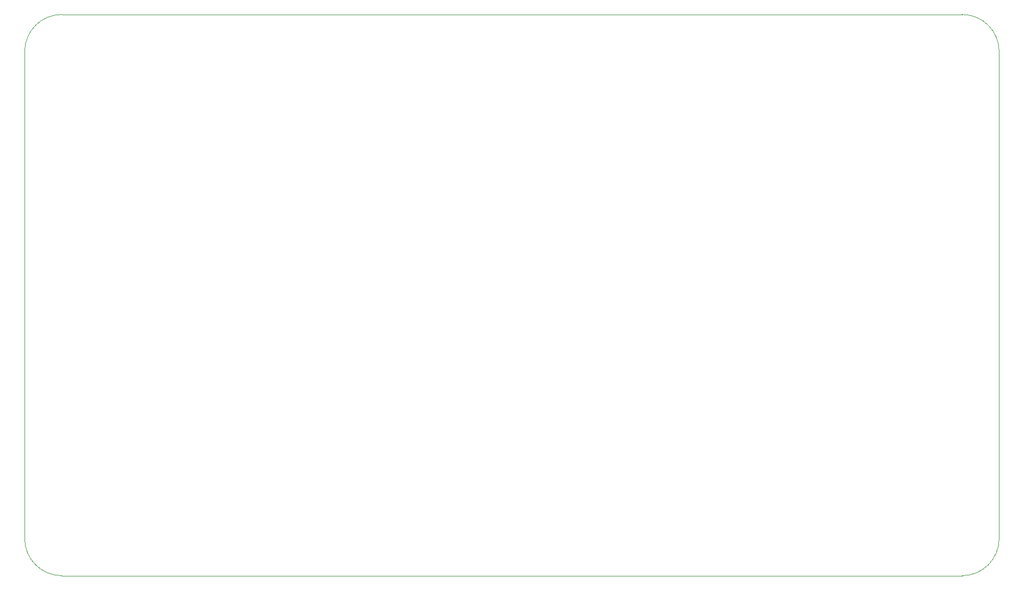
<source format=gm1>
G04*
G04 #@! TF.GenerationSoftware,Altium Limited,Altium Designer,22.6.1 (34)*
G04*
G04 Layer_Color=16711935*
%FSLAX44Y44*%
%MOMM*%
G71*
G04*
G04 #@! TF.SameCoordinates,23C4D601-C5C1-42F0-A970-71E03A1B6A10*
G04*
G04*
G04 #@! TF.FilePolarity,Positive*
G04*
G01*
G75*
%ADD15C,0.1000*%
D15*
X-396000Y-707000D02*
G03*
X-336000Y-767000I60000J0D01*
G01*
Y143000D02*
G03*
X-396000Y83000I0J-60000D01*
G01*
X1184000D02*
G03*
X1124000Y143000I-60000J0D01*
G01*
Y-767000D02*
G03*
X1184000Y-707000I0J60000D01*
G01*
X-396000D02*
Y83000D01*
X-396000D01*
X-336000Y143000D02*
X1124000Y143000D01*
X-336000Y-767000D02*
X1124000Y-767000D01*
X1184000Y-707000D02*
Y83000D01*
M02*

</source>
